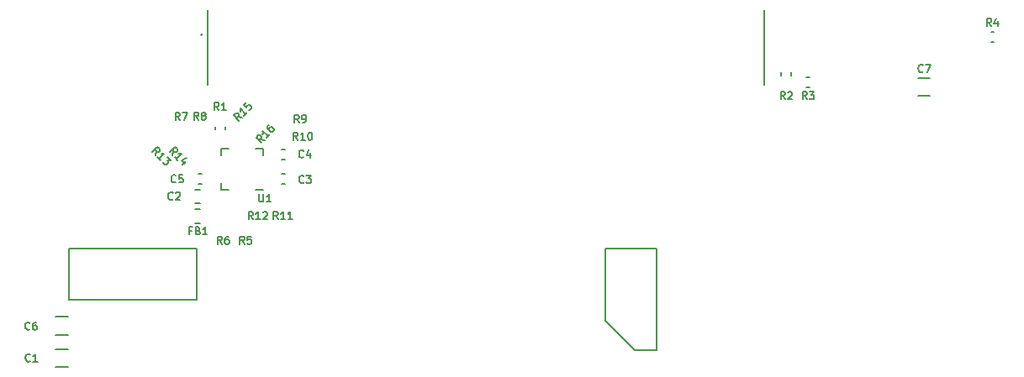
<source format=gbr>
%TF.GenerationSoftware,KiCad,Pcbnew,(5.1.6)-1*%
%TF.CreationDate,2021-07-09T16:03:55+01:00*%
%TF.ProjectId,t9120riser,74393132-3072-4697-9365-722e6b696361,rev?*%
%TF.SameCoordinates,Original*%
%TF.FileFunction,Legend,Top*%
%TF.FilePolarity,Positive*%
%FSLAX46Y46*%
G04 Gerber Fmt 4.6, Leading zero omitted, Abs format (unit mm)*
G04 Created by KiCad (PCBNEW (5.1.6)-1) date 2021-07-09 16:03:55*
%MOMM*%
%LPD*%
G01*
G04 APERTURE LIST*
%ADD10C,0.180000*%
%ADD11C,0.152400*%
G04 APERTURE END LIST*
D10*
%TO.C,U1*%
X99365000Y-113010000D02*
X98640000Y-113010000D01*
X98640000Y-113010000D02*
X98640000Y-112285000D01*
X102135000Y-108790000D02*
X102860000Y-108790000D01*
X102860000Y-108790000D02*
X102860000Y-109515000D01*
X99365000Y-108790000D02*
X98640000Y-108790000D01*
X98640000Y-108790000D02*
X98640000Y-109515000D01*
X102135000Y-113010000D02*
X102860000Y-113010000D01*
%TO.C,R2*%
X155040000Y-101450279D02*
X155040000Y-101124721D01*
X156060000Y-101450279D02*
X156060000Y-101124721D01*
%TO.C,R1*%
X98040000Y-106912779D02*
X98040000Y-106587221D01*
X99060000Y-106912779D02*
X99060000Y-106587221D01*
%TO.C,J7*%
X137316500Y-126170000D02*
X137316500Y-118870000D01*
X140301000Y-129150000D02*
X142520000Y-129150000D01*
X140301000Y-129150000D02*
X137316500Y-126170000D01*
X142520000Y-118870000D02*
X137320000Y-118870000D01*
X142520000Y-129150000D02*
X142520000Y-118870000D01*
%TO.C,J2*%
X153300000Y-102350000D02*
X153300000Y-94850000D01*
X97300000Y-102350000D02*
X97300000Y-94850000D01*
X96724540Y-97342000D02*
G75*
G03*
X96724540Y-97342000I-73540J0D01*
G01*
%TO.C,J6*%
X96140000Y-124070000D02*
X96140000Y-118870000D01*
X83320000Y-124070000D02*
X96140000Y-124070000D01*
X83320000Y-118870000D02*
X96140000Y-118870000D01*
X83320000Y-124070000D02*
X83320000Y-118870000D01*
%TO.C,R4*%
X176149721Y-97040000D02*
X176475279Y-97040000D01*
X176149721Y-98060000D02*
X176475279Y-98060000D01*
%TO.C,R3*%
X157925279Y-102660000D02*
X157599721Y-102660000D01*
X157925279Y-101640000D02*
X157599721Y-101640000D01*
%TO.C,C7*%
X168847936Y-101690000D02*
X170052064Y-101690000D01*
X168847936Y-103510000D02*
X170052064Y-103510000D01*
%TO.C,C6*%
X81997936Y-125790000D02*
X83202064Y-125790000D01*
X81997936Y-127610000D02*
X83202064Y-127610000D01*
%TO.C,C2*%
X96558578Y-114360000D02*
X96041422Y-114360000D01*
X96558578Y-112940000D02*
X96041422Y-112940000D01*
%TO.C,C1*%
X83202064Y-130860000D02*
X81997936Y-130860000D01*
X83202064Y-129040000D02*
X81997936Y-129040000D01*
%TO.C,FB1*%
X96558578Y-116360000D02*
X96041422Y-116360000D01*
X96558578Y-114940000D02*
X96041422Y-114940000D01*
%TO.C,C5*%
X96662779Y-112410000D02*
X96337221Y-112410000D01*
X96662779Y-111390000D02*
X96337221Y-111390000D01*
%TO.C,C3*%
X104737221Y-111390000D02*
X105062779Y-111390000D01*
X104737221Y-112410000D02*
X105062779Y-112410000D01*
%TO.C,C4*%
X104724721Y-108890000D02*
X105050279Y-108890000D01*
X104724721Y-109910000D02*
X105050279Y-109910000D01*
%TO.C,U1*%
D11*
X102469428Y-113432714D02*
X102469428Y-114049571D01*
X102505714Y-114122142D01*
X102542000Y-114158428D01*
X102614571Y-114194714D01*
X102759714Y-114194714D01*
X102832285Y-114158428D01*
X102868571Y-114122142D01*
X102904857Y-114049571D01*
X102904857Y-113432714D01*
X103666857Y-114194714D02*
X103231428Y-114194714D01*
X103449142Y-114194714D02*
X103449142Y-113432714D01*
X103376571Y-113541571D01*
X103304000Y-113614142D01*
X103231428Y-113650428D01*
%TO.C,R2*%
X155423000Y-103844714D02*
X155169000Y-103481857D01*
X154987571Y-103844714D02*
X154987571Y-103082714D01*
X155277857Y-103082714D01*
X155350428Y-103119000D01*
X155386714Y-103155285D01*
X155423000Y-103227857D01*
X155423000Y-103336714D01*
X155386714Y-103409285D01*
X155350428Y-103445571D01*
X155277857Y-103481857D01*
X154987571Y-103481857D01*
X155713285Y-103155285D02*
X155749571Y-103119000D01*
X155822142Y-103082714D01*
X156003571Y-103082714D01*
X156076142Y-103119000D01*
X156112428Y-103155285D01*
X156148714Y-103227857D01*
X156148714Y-103300428D01*
X156112428Y-103409285D01*
X155677000Y-103844714D01*
X156148714Y-103844714D01*
%TO.C,R14*%
X93759869Y-109497368D02*
X93836843Y-109061184D01*
X93451975Y-109189474D02*
X93990790Y-108650658D01*
X94196053Y-108855921D01*
X94221711Y-108932895D01*
X94221711Y-108984211D01*
X94196053Y-109061184D01*
X94119080Y-109138158D01*
X94042106Y-109163816D01*
X93990790Y-109163816D01*
X93913817Y-109138158D01*
X93708554Y-108932895D01*
X94273027Y-110010525D02*
X93965132Y-109702631D01*
X94119080Y-109856578D02*
X94657895Y-109317763D01*
X94529606Y-109343421D01*
X94426974Y-109343421D01*
X94350001Y-109317763D01*
X95094079Y-110113157D02*
X94734869Y-110472367D01*
X95171052Y-109779605D02*
X94657895Y-110036183D01*
X94991447Y-110369736D01*
%TO.C,R1*%
X98423000Y-104944714D02*
X98169000Y-104581857D01*
X97987571Y-104944714D02*
X97987571Y-104182714D01*
X98277857Y-104182714D01*
X98350428Y-104219000D01*
X98386714Y-104255285D01*
X98423000Y-104327857D01*
X98423000Y-104436714D01*
X98386714Y-104509285D01*
X98350428Y-104545571D01*
X98277857Y-104581857D01*
X97987571Y-104581857D01*
X99148714Y-104944714D02*
X98713285Y-104944714D01*
X98931000Y-104944714D02*
X98931000Y-104182714D01*
X98858428Y-104291571D01*
X98785857Y-104364142D01*
X98713285Y-104400428D01*
%TO.C,R16*%
X102997368Y-107940131D02*
X102561184Y-107863157D01*
X102689474Y-108248025D02*
X102150658Y-107709210D01*
X102355921Y-107503947D01*
X102432895Y-107478289D01*
X102484211Y-107478289D01*
X102561184Y-107503947D01*
X102638158Y-107580920D01*
X102663816Y-107657894D01*
X102663816Y-107709210D01*
X102638158Y-107786183D01*
X102432895Y-107991446D01*
X103510525Y-107426973D02*
X103202631Y-107734868D01*
X103356578Y-107580920D02*
X102817763Y-107042105D01*
X102843421Y-107170394D01*
X102843421Y-107273026D01*
X102817763Y-107350000D01*
X103433552Y-106426316D02*
X103330920Y-106528948D01*
X103305262Y-106605921D01*
X103305262Y-106657237D01*
X103330920Y-106785526D01*
X103407894Y-106913816D01*
X103613157Y-107119079D01*
X103690131Y-107144737D01*
X103741446Y-107144737D01*
X103818420Y-107119079D01*
X103921051Y-107016447D01*
X103946709Y-106939474D01*
X103946709Y-106888158D01*
X103921051Y-106811184D01*
X103792762Y-106682895D01*
X103715788Y-106657237D01*
X103664473Y-106657237D01*
X103587499Y-106682895D01*
X103484868Y-106785526D01*
X103459210Y-106862500D01*
X103459210Y-106913816D01*
X103484868Y-106990789D01*
%TO.C,R15*%
X100747368Y-105690131D02*
X100311184Y-105613157D01*
X100439474Y-105998025D02*
X99900658Y-105459210D01*
X100105921Y-105253947D01*
X100182895Y-105228289D01*
X100234211Y-105228289D01*
X100311184Y-105253947D01*
X100388158Y-105330920D01*
X100413816Y-105407894D01*
X100413816Y-105459210D01*
X100388158Y-105536183D01*
X100182895Y-105741446D01*
X101260525Y-105176973D02*
X100952631Y-105484868D01*
X101106578Y-105330920D02*
X100567763Y-104792105D01*
X100593421Y-104920394D01*
X100593421Y-105023026D01*
X100567763Y-105100000D01*
X101209210Y-104150658D02*
X100952631Y-104407237D01*
X101183552Y-104689474D01*
X101183552Y-104638158D01*
X101209210Y-104561184D01*
X101337499Y-104432895D01*
X101414473Y-104407237D01*
X101465788Y-104407237D01*
X101542762Y-104432895D01*
X101671051Y-104561184D01*
X101696709Y-104638158D01*
X101696709Y-104689474D01*
X101671051Y-104766447D01*
X101542762Y-104894737D01*
X101465788Y-104920394D01*
X101414473Y-104920394D01*
%TO.C,R10*%
X106360142Y-107944714D02*
X106106142Y-107581857D01*
X105924714Y-107944714D02*
X105924714Y-107182714D01*
X106215000Y-107182714D01*
X106287571Y-107219000D01*
X106323857Y-107255285D01*
X106360142Y-107327857D01*
X106360142Y-107436714D01*
X106323857Y-107509285D01*
X106287571Y-107545571D01*
X106215000Y-107581857D01*
X105924714Y-107581857D01*
X107085857Y-107944714D02*
X106650428Y-107944714D01*
X106868142Y-107944714D02*
X106868142Y-107182714D01*
X106795571Y-107291571D01*
X106723000Y-107364142D01*
X106650428Y-107400428D01*
X107557571Y-107182714D02*
X107630142Y-107182714D01*
X107702714Y-107219000D01*
X107739000Y-107255285D01*
X107775285Y-107327857D01*
X107811571Y-107473000D01*
X107811571Y-107654428D01*
X107775285Y-107799571D01*
X107739000Y-107872142D01*
X107702714Y-107908428D01*
X107630142Y-107944714D01*
X107557571Y-107944714D01*
X107485000Y-107908428D01*
X107448714Y-107872142D01*
X107412428Y-107799571D01*
X107376142Y-107654428D01*
X107376142Y-107473000D01*
X107412428Y-107327857D01*
X107448714Y-107255285D01*
X107485000Y-107219000D01*
X107557571Y-107182714D01*
%TO.C,R13*%
X92009868Y-109497368D02*
X92086842Y-109061184D01*
X91701974Y-109189474D02*
X92240789Y-108650658D01*
X92446052Y-108855921D01*
X92471710Y-108932895D01*
X92471710Y-108984211D01*
X92446052Y-109061184D01*
X92369079Y-109138158D01*
X92292105Y-109163816D01*
X92240789Y-109163816D01*
X92163816Y-109138158D01*
X91958553Y-108932895D01*
X92523026Y-110010525D02*
X92215131Y-109702631D01*
X92369079Y-109856578D02*
X92907894Y-109317763D01*
X92779605Y-109343421D01*
X92676973Y-109343421D01*
X92600000Y-109317763D01*
X93241446Y-109651315D02*
X93574999Y-109984868D01*
X93190131Y-110010525D01*
X93267104Y-110087499D01*
X93292762Y-110164473D01*
X93292762Y-110215788D01*
X93267104Y-110292762D01*
X93138815Y-110421051D01*
X93061841Y-110446709D01*
X93010525Y-110446709D01*
X92933552Y-110421051D01*
X92779605Y-110267104D01*
X92753947Y-110190131D01*
X92753947Y-110138815D01*
%TO.C,R12*%
X101860142Y-115944714D02*
X101606142Y-115581857D01*
X101424714Y-115944714D02*
X101424714Y-115182714D01*
X101715000Y-115182714D01*
X101787571Y-115219000D01*
X101823857Y-115255285D01*
X101860142Y-115327857D01*
X101860142Y-115436714D01*
X101823857Y-115509285D01*
X101787571Y-115545571D01*
X101715000Y-115581857D01*
X101424714Y-115581857D01*
X102585857Y-115944714D02*
X102150428Y-115944714D01*
X102368142Y-115944714D02*
X102368142Y-115182714D01*
X102295571Y-115291571D01*
X102223000Y-115364142D01*
X102150428Y-115400428D01*
X102876142Y-115255285D02*
X102912428Y-115219000D01*
X102985000Y-115182714D01*
X103166428Y-115182714D01*
X103239000Y-115219000D01*
X103275285Y-115255285D01*
X103311571Y-115327857D01*
X103311571Y-115400428D01*
X103275285Y-115509285D01*
X102839857Y-115944714D01*
X103311571Y-115944714D01*
%TO.C,R11*%
X104360142Y-115944714D02*
X104106142Y-115581857D01*
X103924714Y-115944714D02*
X103924714Y-115182714D01*
X104215000Y-115182714D01*
X104287571Y-115219000D01*
X104323857Y-115255285D01*
X104360142Y-115327857D01*
X104360142Y-115436714D01*
X104323857Y-115509285D01*
X104287571Y-115545571D01*
X104215000Y-115581857D01*
X103924714Y-115581857D01*
X105085857Y-115944714D02*
X104650428Y-115944714D01*
X104868142Y-115944714D02*
X104868142Y-115182714D01*
X104795571Y-115291571D01*
X104723000Y-115364142D01*
X104650428Y-115400428D01*
X105811571Y-115944714D02*
X105376142Y-115944714D01*
X105593857Y-115944714D02*
X105593857Y-115182714D01*
X105521285Y-115291571D01*
X105448714Y-115364142D01*
X105376142Y-115400428D01*
%TO.C,R9*%
X106473000Y-106194714D02*
X106219000Y-105831857D01*
X106037571Y-106194714D02*
X106037571Y-105432714D01*
X106327857Y-105432714D01*
X106400428Y-105469000D01*
X106436714Y-105505285D01*
X106473000Y-105577857D01*
X106473000Y-105686714D01*
X106436714Y-105759285D01*
X106400428Y-105795571D01*
X106327857Y-105831857D01*
X106037571Y-105831857D01*
X106835857Y-106194714D02*
X106981000Y-106194714D01*
X107053571Y-106158428D01*
X107089857Y-106122142D01*
X107162428Y-106013285D01*
X107198714Y-105868142D01*
X107198714Y-105577857D01*
X107162428Y-105505285D01*
X107126142Y-105469000D01*
X107053571Y-105432714D01*
X106908428Y-105432714D01*
X106835857Y-105469000D01*
X106799571Y-105505285D01*
X106763285Y-105577857D01*
X106763285Y-105759285D01*
X106799571Y-105831857D01*
X106835857Y-105868142D01*
X106908428Y-105904428D01*
X107053571Y-105904428D01*
X107126142Y-105868142D01*
X107162428Y-105831857D01*
X107198714Y-105759285D01*
%TO.C,R8*%
X96373000Y-105924714D02*
X96119000Y-105561857D01*
X95937571Y-105924714D02*
X95937571Y-105162714D01*
X96227857Y-105162714D01*
X96300428Y-105199000D01*
X96336714Y-105235285D01*
X96373000Y-105307857D01*
X96373000Y-105416714D01*
X96336714Y-105489285D01*
X96300428Y-105525571D01*
X96227857Y-105561857D01*
X95937571Y-105561857D01*
X96808428Y-105489285D02*
X96735857Y-105453000D01*
X96699571Y-105416714D01*
X96663285Y-105344142D01*
X96663285Y-105307857D01*
X96699571Y-105235285D01*
X96735857Y-105199000D01*
X96808428Y-105162714D01*
X96953571Y-105162714D01*
X97026142Y-105199000D01*
X97062428Y-105235285D01*
X97098714Y-105307857D01*
X97098714Y-105344142D01*
X97062428Y-105416714D01*
X97026142Y-105453000D01*
X96953571Y-105489285D01*
X96808428Y-105489285D01*
X96735857Y-105525571D01*
X96699571Y-105561857D01*
X96663285Y-105634428D01*
X96663285Y-105779571D01*
X96699571Y-105852142D01*
X96735857Y-105888428D01*
X96808428Y-105924714D01*
X96953571Y-105924714D01*
X97026142Y-105888428D01*
X97062428Y-105852142D01*
X97098714Y-105779571D01*
X97098714Y-105634428D01*
X97062428Y-105561857D01*
X97026142Y-105525571D01*
X96953571Y-105489285D01*
%TO.C,R7*%
X94473000Y-105944714D02*
X94219000Y-105581857D01*
X94037571Y-105944714D02*
X94037571Y-105182714D01*
X94327857Y-105182714D01*
X94400428Y-105219000D01*
X94436714Y-105255285D01*
X94473000Y-105327857D01*
X94473000Y-105436714D01*
X94436714Y-105509285D01*
X94400428Y-105545571D01*
X94327857Y-105581857D01*
X94037571Y-105581857D01*
X94727000Y-105182714D02*
X95235000Y-105182714D01*
X94908428Y-105944714D01*
%TO.C,R6*%
X98723000Y-118444714D02*
X98469000Y-118081857D01*
X98287571Y-118444714D02*
X98287571Y-117682714D01*
X98577857Y-117682714D01*
X98650428Y-117719000D01*
X98686714Y-117755285D01*
X98723000Y-117827857D01*
X98723000Y-117936714D01*
X98686714Y-118009285D01*
X98650428Y-118045571D01*
X98577857Y-118081857D01*
X98287571Y-118081857D01*
X99376142Y-117682714D02*
X99231000Y-117682714D01*
X99158428Y-117719000D01*
X99122142Y-117755285D01*
X99049571Y-117864142D01*
X99013285Y-118009285D01*
X99013285Y-118299571D01*
X99049571Y-118372142D01*
X99085857Y-118408428D01*
X99158428Y-118444714D01*
X99303571Y-118444714D01*
X99376142Y-118408428D01*
X99412428Y-118372142D01*
X99448714Y-118299571D01*
X99448714Y-118118142D01*
X99412428Y-118045571D01*
X99376142Y-118009285D01*
X99303571Y-117973000D01*
X99158428Y-117973000D01*
X99085857Y-118009285D01*
X99049571Y-118045571D01*
X99013285Y-118118142D01*
%TO.C,R5*%
X100973000Y-118444714D02*
X100719000Y-118081857D01*
X100537571Y-118444714D02*
X100537571Y-117682714D01*
X100827857Y-117682714D01*
X100900428Y-117719000D01*
X100936714Y-117755285D01*
X100973000Y-117827857D01*
X100973000Y-117936714D01*
X100936714Y-118009285D01*
X100900428Y-118045571D01*
X100827857Y-118081857D01*
X100537571Y-118081857D01*
X101662428Y-117682714D02*
X101299571Y-117682714D01*
X101263285Y-118045571D01*
X101299571Y-118009285D01*
X101372142Y-117973000D01*
X101553571Y-117973000D01*
X101626142Y-118009285D01*
X101662428Y-118045571D01*
X101698714Y-118118142D01*
X101698714Y-118299571D01*
X101662428Y-118372142D01*
X101626142Y-118408428D01*
X101553571Y-118444714D01*
X101372142Y-118444714D01*
X101299571Y-118408428D01*
X101263285Y-118372142D01*
%TO.C,R4*%
X176185500Y-96464714D02*
X175931500Y-96101857D01*
X175750071Y-96464714D02*
X175750071Y-95702714D01*
X176040357Y-95702714D01*
X176112928Y-95739000D01*
X176149214Y-95775285D01*
X176185500Y-95847857D01*
X176185500Y-95956714D01*
X176149214Y-96029285D01*
X176112928Y-96065571D01*
X176040357Y-96101857D01*
X175750071Y-96101857D01*
X176838642Y-95956714D02*
X176838642Y-96464714D01*
X176657214Y-95666428D02*
X176475785Y-96210714D01*
X176947500Y-96210714D01*
%TO.C,R3*%
X157635500Y-103844714D02*
X157381500Y-103481857D01*
X157200071Y-103844714D02*
X157200071Y-103082714D01*
X157490357Y-103082714D01*
X157562928Y-103119000D01*
X157599214Y-103155285D01*
X157635500Y-103227857D01*
X157635500Y-103336714D01*
X157599214Y-103409285D01*
X157562928Y-103445571D01*
X157490357Y-103481857D01*
X157200071Y-103481857D01*
X157889500Y-103082714D02*
X158361214Y-103082714D01*
X158107214Y-103373000D01*
X158216071Y-103373000D01*
X158288642Y-103409285D01*
X158324928Y-103445571D01*
X158361214Y-103518142D01*
X158361214Y-103699571D01*
X158324928Y-103772142D01*
X158288642Y-103808428D01*
X158216071Y-103844714D01*
X157998357Y-103844714D01*
X157925785Y-103808428D01*
X157889500Y-103772142D01*
%TO.C,C7*%
X169323000Y-101052142D02*
X169286714Y-101088428D01*
X169177857Y-101124714D01*
X169105285Y-101124714D01*
X168996428Y-101088428D01*
X168923857Y-101015857D01*
X168887571Y-100943285D01*
X168851285Y-100798142D01*
X168851285Y-100689285D01*
X168887571Y-100544142D01*
X168923857Y-100471571D01*
X168996428Y-100399000D01*
X169105285Y-100362714D01*
X169177857Y-100362714D01*
X169286714Y-100399000D01*
X169323000Y-100435285D01*
X169577000Y-100362714D02*
X170085000Y-100362714D01*
X169758428Y-101124714D01*
%TO.C,C6*%
X79373000Y-127022142D02*
X79336714Y-127058428D01*
X79227857Y-127094714D01*
X79155285Y-127094714D01*
X79046428Y-127058428D01*
X78973857Y-126985857D01*
X78937571Y-126913285D01*
X78901285Y-126768142D01*
X78901285Y-126659285D01*
X78937571Y-126514142D01*
X78973857Y-126441571D01*
X79046428Y-126369000D01*
X79155285Y-126332714D01*
X79227857Y-126332714D01*
X79336714Y-126369000D01*
X79373000Y-126405285D01*
X80026142Y-126332714D02*
X79881000Y-126332714D01*
X79808428Y-126369000D01*
X79772142Y-126405285D01*
X79699571Y-126514142D01*
X79663285Y-126659285D01*
X79663285Y-126949571D01*
X79699571Y-127022142D01*
X79735857Y-127058428D01*
X79808428Y-127094714D01*
X79953571Y-127094714D01*
X80026142Y-127058428D01*
X80062428Y-127022142D01*
X80098714Y-126949571D01*
X80098714Y-126768142D01*
X80062428Y-126695571D01*
X80026142Y-126659285D01*
X79953571Y-126623000D01*
X79808428Y-126623000D01*
X79735857Y-126659285D01*
X79699571Y-126695571D01*
X79663285Y-126768142D01*
%TO.C,C2*%
X93773000Y-113922142D02*
X93736714Y-113958428D01*
X93627857Y-113994714D01*
X93555285Y-113994714D01*
X93446428Y-113958428D01*
X93373857Y-113885857D01*
X93337571Y-113813285D01*
X93301285Y-113668142D01*
X93301285Y-113559285D01*
X93337571Y-113414142D01*
X93373857Y-113341571D01*
X93446428Y-113269000D01*
X93555285Y-113232714D01*
X93627857Y-113232714D01*
X93736714Y-113269000D01*
X93773000Y-113305285D01*
X94063285Y-113305285D02*
X94099571Y-113269000D01*
X94172142Y-113232714D01*
X94353571Y-113232714D01*
X94426142Y-113269000D01*
X94462428Y-113305285D01*
X94498714Y-113377857D01*
X94498714Y-113450428D01*
X94462428Y-113559285D01*
X94027000Y-113994714D01*
X94498714Y-113994714D01*
%TO.C,C1*%
X79423000Y-130222142D02*
X79386714Y-130258428D01*
X79277857Y-130294714D01*
X79205285Y-130294714D01*
X79096428Y-130258428D01*
X79023857Y-130185857D01*
X78987571Y-130113285D01*
X78951285Y-129968142D01*
X78951285Y-129859285D01*
X78987571Y-129714142D01*
X79023857Y-129641571D01*
X79096428Y-129569000D01*
X79205285Y-129532714D01*
X79277857Y-129532714D01*
X79386714Y-129569000D01*
X79423000Y-129605285D01*
X80148714Y-130294714D02*
X79713285Y-130294714D01*
X79931000Y-130294714D02*
X79931000Y-129532714D01*
X79858428Y-129641571D01*
X79785857Y-129714142D01*
X79713285Y-129750428D01*
%TO.C,FB1*%
X95665000Y-117095571D02*
X95411000Y-117095571D01*
X95411000Y-117494714D02*
X95411000Y-116732714D01*
X95773857Y-116732714D01*
X96318142Y-117095571D02*
X96427000Y-117131857D01*
X96463285Y-117168142D01*
X96499571Y-117240714D01*
X96499571Y-117349571D01*
X96463285Y-117422142D01*
X96427000Y-117458428D01*
X96354428Y-117494714D01*
X96064142Y-117494714D01*
X96064142Y-116732714D01*
X96318142Y-116732714D01*
X96390714Y-116769000D01*
X96427000Y-116805285D01*
X96463285Y-116877857D01*
X96463285Y-116950428D01*
X96427000Y-117023000D01*
X96390714Y-117059285D01*
X96318142Y-117095571D01*
X96064142Y-117095571D01*
X97225285Y-117494714D02*
X96789857Y-117494714D01*
X97007571Y-117494714D02*
X97007571Y-116732714D01*
X96935000Y-116841571D01*
X96862428Y-116914142D01*
X96789857Y-116950428D01*
%TO.C,C5*%
X94073000Y-112172142D02*
X94036714Y-112208428D01*
X93927857Y-112244714D01*
X93855285Y-112244714D01*
X93746428Y-112208428D01*
X93673857Y-112135857D01*
X93637571Y-112063285D01*
X93601285Y-111918142D01*
X93601285Y-111809285D01*
X93637571Y-111664142D01*
X93673857Y-111591571D01*
X93746428Y-111519000D01*
X93855285Y-111482714D01*
X93927857Y-111482714D01*
X94036714Y-111519000D01*
X94073000Y-111555285D01*
X94762428Y-111482714D02*
X94399571Y-111482714D01*
X94363285Y-111845571D01*
X94399571Y-111809285D01*
X94472142Y-111773000D01*
X94653571Y-111773000D01*
X94726142Y-111809285D01*
X94762428Y-111845571D01*
X94798714Y-111918142D01*
X94798714Y-112099571D01*
X94762428Y-112172142D01*
X94726142Y-112208428D01*
X94653571Y-112244714D01*
X94472142Y-112244714D01*
X94399571Y-112208428D01*
X94363285Y-112172142D01*
%TO.C,C3*%
X106973000Y-112222142D02*
X106936714Y-112258428D01*
X106827857Y-112294714D01*
X106755285Y-112294714D01*
X106646428Y-112258428D01*
X106573857Y-112185857D01*
X106537571Y-112113285D01*
X106501285Y-111968142D01*
X106501285Y-111859285D01*
X106537571Y-111714142D01*
X106573857Y-111641571D01*
X106646428Y-111569000D01*
X106755285Y-111532714D01*
X106827857Y-111532714D01*
X106936714Y-111569000D01*
X106973000Y-111605285D01*
X107227000Y-111532714D02*
X107698714Y-111532714D01*
X107444714Y-111823000D01*
X107553571Y-111823000D01*
X107626142Y-111859285D01*
X107662428Y-111895571D01*
X107698714Y-111968142D01*
X107698714Y-112149571D01*
X107662428Y-112222142D01*
X107626142Y-112258428D01*
X107553571Y-112294714D01*
X107335857Y-112294714D01*
X107263285Y-112258428D01*
X107227000Y-112222142D01*
%TO.C,C4*%
X106948000Y-109672142D02*
X106911714Y-109708428D01*
X106802857Y-109744714D01*
X106730285Y-109744714D01*
X106621428Y-109708428D01*
X106548857Y-109635857D01*
X106512571Y-109563285D01*
X106476285Y-109418142D01*
X106476285Y-109309285D01*
X106512571Y-109164142D01*
X106548857Y-109091571D01*
X106621428Y-109019000D01*
X106730285Y-108982714D01*
X106802857Y-108982714D01*
X106911714Y-109019000D01*
X106948000Y-109055285D01*
X107601142Y-109236714D02*
X107601142Y-109744714D01*
X107419714Y-108946428D02*
X107238285Y-109490714D01*
X107710000Y-109490714D01*
%TD*%
M02*

</source>
